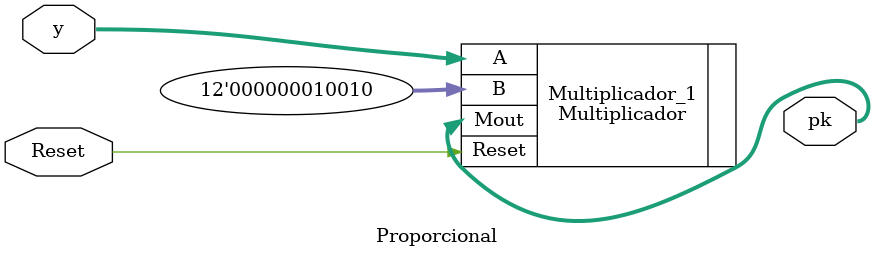
<source format=v>
`timescale 1ns / 1ps
module Proporcional #(parameter W = 12)(
	 input Reset,
    input wire [W-1:0] y,
    output wire [W-1:0] pk
    );

	Multiplicador Multiplicador_1 (
    .Reset(Reset), 
    .A(y), 
    .B(12'd18), 
    .Mout(pk)
    );

endmodule

</source>
